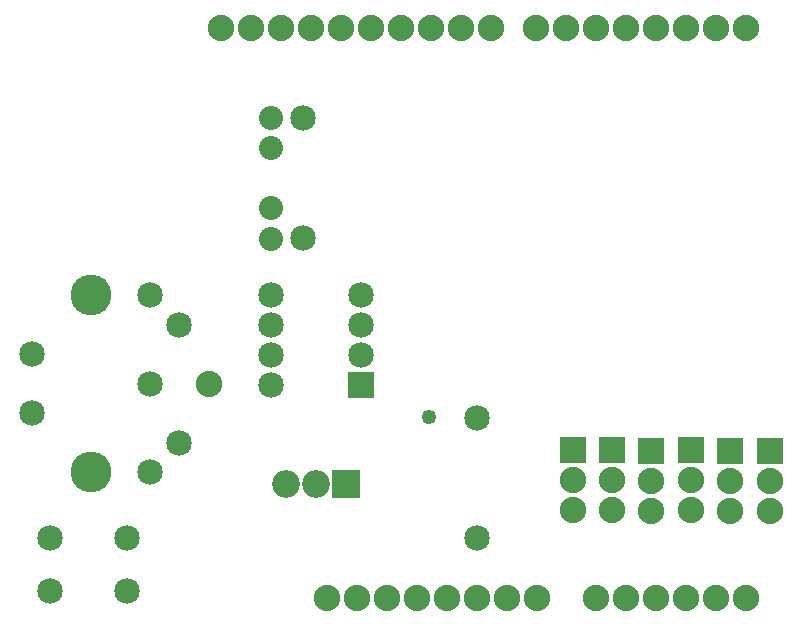
<source format=gts>
G04 MADE WITH FRITZING*
G04 WWW.FRITZING.ORG*
G04 DOUBLE SIDED*
G04 HOLES PLATED*
G04 CONTOUR ON CENTER OF CONTOUR VECTOR*
%ASAXBY*%
%FSLAX23Y23*%
%MOIN*%
%OFA0B0*%
%SFA1.0B1.0*%
%ADD10C,0.088000*%
%ADD11C,0.085000*%
%ADD12C,0.136000*%
%ADD13C,0.080000*%
%ADD14C,0.092000*%
%ADD15C,0.049370*%
%ADD16R,0.088000X0.088000*%
%ADD17R,0.085000X0.085000*%
%ADD18R,0.092000X0.092000*%
%LNMASK1*%
G90*
G70*
G54D10*
X1808Y2004D03*
X1908Y2004D03*
X2008Y2004D03*
X2108Y2004D03*
X2208Y2004D03*
X2308Y2004D03*
X2408Y2004D03*
X2508Y2004D03*
X2009Y104D03*
X2109Y104D03*
X2209Y104D03*
X2309Y104D03*
X2409Y104D03*
X2509Y104D03*
X1113Y105D03*
X1213Y105D03*
X1313Y105D03*
X1413Y105D03*
X1513Y105D03*
X1613Y105D03*
X1713Y105D03*
X1813Y105D03*
X757Y2003D03*
X857Y2003D03*
X957Y2003D03*
X1057Y2003D03*
X1157Y2003D03*
X1257Y2003D03*
X1357Y2003D03*
X1457Y2003D03*
X1557Y2003D03*
X1657Y2003D03*
X2324Y596D03*
X2324Y496D03*
X2324Y396D03*
X2192Y595D03*
X2192Y495D03*
X2192Y395D03*
X2062Y596D03*
X2062Y496D03*
X2062Y396D03*
X1931Y596D03*
X1931Y496D03*
X1931Y396D03*
G54D11*
X521Y1113D03*
X620Y1015D03*
X521Y818D03*
X620Y621D03*
X521Y523D03*
X128Y916D03*
G54D12*
X324Y523D03*
X324Y1113D03*
G54D11*
X128Y719D03*
X446Y126D03*
X190Y126D03*
X446Y303D03*
X190Y303D03*
G54D10*
X720Y817D03*
G54D11*
X1611Y705D03*
X1611Y305D03*
G54D13*
X925Y1604D03*
X925Y1705D03*
X925Y1301D03*
X925Y1402D03*
G54D11*
X1224Y814D03*
X924Y814D03*
X1224Y914D03*
X924Y914D03*
X1224Y1014D03*
X924Y1014D03*
X1224Y1114D03*
X924Y1114D03*
G54D14*
X1175Y485D03*
X1075Y485D03*
X975Y485D03*
G54D11*
X1033Y1304D03*
X1033Y1704D03*
G54D15*
X1451Y707D03*
G54D10*
X2588Y595D03*
X2588Y495D03*
X2588Y395D03*
X2456Y594D03*
X2456Y494D03*
X2456Y394D03*
G54D16*
X2324Y596D03*
X2192Y595D03*
X2062Y596D03*
X1931Y596D03*
G54D17*
X1224Y814D03*
G54D18*
X1175Y485D03*
G54D16*
X2588Y595D03*
X2456Y594D03*
G04 End of Mask1*
M02*
</source>
